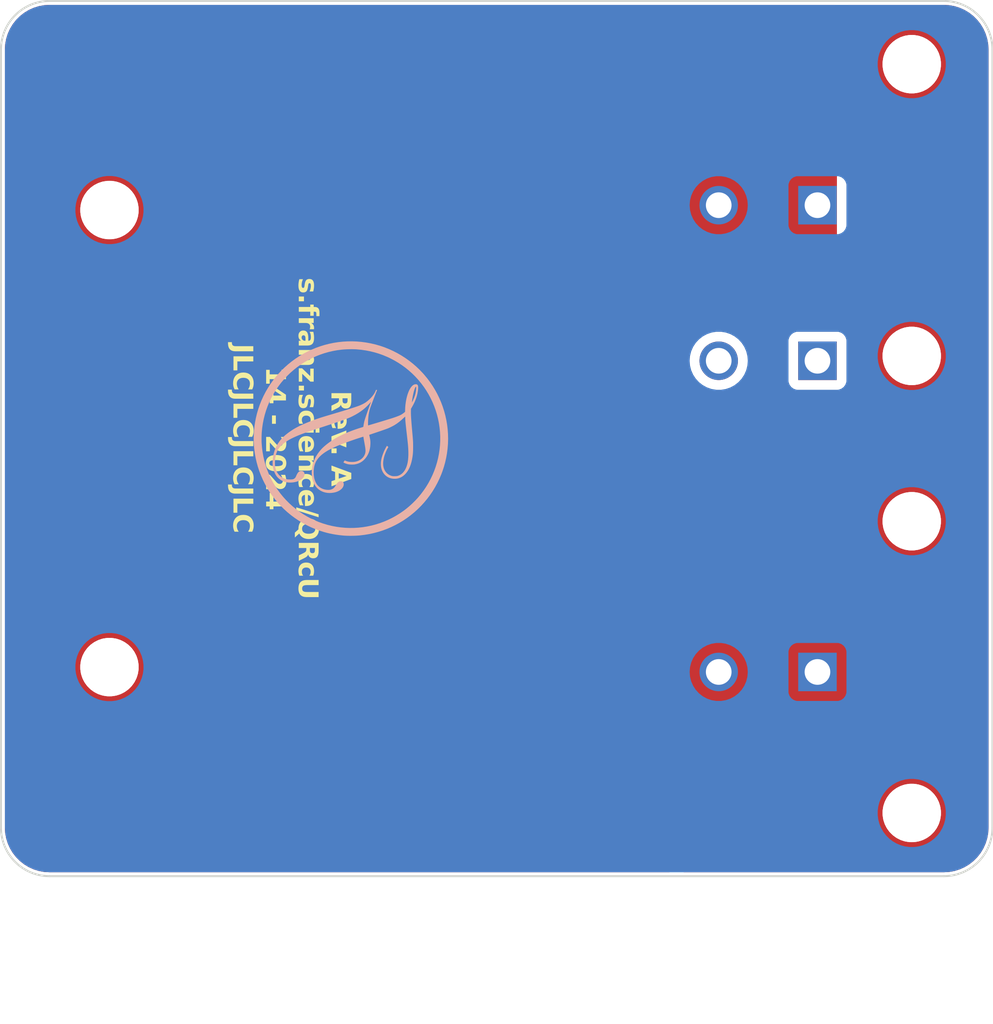
<source format=kicad_pcb>
(kicad_pcb (version 20240108) (generator "pcbnew") (generator_version "8.0")
  (layers (0 "F.Cu" signal) (31 "B.Cu" signal) (34 "B.Paste" user) (35 "F.Paste" user) (36 "B.SilkS" user "B.Silkscreen") (37 "F.SilkS" user "F.Silkscreen") (38 "B.Mask" user) (39 "F.Mask" user) (44 "Edge.Cuts" user))
  (net 0 "")
  (net 1 "Net-(J1-Pin_1)")
  (net 3 "GND")
  (footprint "Franz-Lib:Mounting_Wuerth_WA-SMSI-M2_H6mm_9774060243" (layer "F.Cu") (at 81.58 115.75)
    (property "Reference" "J5" (hide yes))
    (property "Value" "Conn_01x01" (hide yes))
    (pad "" np_thru_hole circle (at 0 0) (size 3 3) (drill 3) (layers "*.Cu" "*.Mask"))
    (pad "1" smd circle (at -2.075 0) (size 0.75 0.75) (layers "F.Cu") (net 1 "Net-(J1-Pin_1)"))
    (pad "1" smd circle (at 0 -2.075) (size 0.75 0.75) (layers "F.Cu") (net 1 "Net-(J1-Pin_1)"))
    (pad "1" smd circle (at 0 2.075) (size 0.75 0.75) (layers "F.Cu") (net 1 "Net-(J1-Pin_1)"))
    (pad "1" smd custom (at 2.075 0) (size 0.75 0.75) (layers "F.Cu" "F.Mask") (net 1 "Net-(J1-Pin_1)") (options (clearance outline) (anchor circle)) (primitives (gr_circle (center -2.075 0) (end 0 0) (width 1.15) (fill no))))
  )
  (footprint "Franz-Lib:Mounting_Wuerth_WA-SMSI-M2_H6mm_9774060243" (layer "F.Cu") (at 122.85 108.25)
    (property "Reference" "J6" (hide yes))
    (property "Value" "Conn_01x01" (hide yes))
    (pad "" np_thru_hole circle (at 0 0) (size 3 3) (drill 3) (layers "*.Cu" "*.Mask"))
    (pad "1" smd circle (at -2.075 0) (size 0.75 0.75) (layers "F.Cu") (net 3 "GND"))
    (pad "1" smd circle (at 0 -2.075) (size 0.75 0.75) (layers "F.Cu") (net 3 "GND"))
    (pad "1" smd circle (at 0 2.075) (size 0.75 0.75) (layers "F.Cu") (net 3 "GND"))
    (pad "1" smd custom (at 2.075 0) (size 0.75 0.75) (layers "F.Cu" "F.Mask") (net 3 "GND") (options (clearance outline) (anchor circle)) (primitives (gr_circle (center -2.075 0) (end 0 0) (width 1.15) (fill no))))
  )
  (footprint "Franz-Lib:Mounting_Wuerth_WA-SMSI-M2_H6mm_9774060243" (layer "F.Cu") (at 81.58 139.25)
    (property "Reference" "J7" (hide yes))
    (property "Value" "Conn_01x01" (hide yes))
    (pad "" np_thru_hole circle (at 0 0) (size 3 3) (drill 3) (layers "*.Cu" "*.Mask"))
    (pad "1" smd circle (at -2.075 0) (size 0.75 0.75) (layers "F.Cu") (net 1 "Net-(J1-Pin_1)"))
    (pad "1" smd circle (at 0 -2.075) (size 0.75 0.75) (layers "F.Cu") (net 1 "Net-(J1-Pin_1)"))
    (pad "1" smd circle (at 0 2.075) (size 0.75 0.75) (layers "F.Cu") (net 1 "Net-(J1-Pin_1)"))
    (pad "1" smd custom (at 2.075 0) (size 0.75 0.75) (layers "F.Cu" "F.Mask") (net 1 "Net-(J1-Pin_1)") (options (clearance outline) (anchor circle)) (primitives (gr_circle (center -2.075 0) (end 0 0) (width 1.15) (fill no))))
  )
  (footprint "Franz-Lib:Mounting_Wuerth_WA-SMSI-M2_H6mm_9774060243" (layer "F.Cu") (at 122.85 131.75)
    (property "Reference" "J9" (hide yes))
    (property "Value" "Conn_01x01" (hide yes))
    (pad "" np_thru_hole circle (at 0 0) (size 3 3) (drill 3) (layers "*.Cu" "*.Mask"))
    (pad "1" smd circle (at -2.075 0) (size 0.75 0.75) (layers "F.Cu") (net 3 "GND"))
    (pad "1" smd circle (at 0 -2.075) (size 0.75 0.75) (layers "F.Cu") (net 3 "GND"))
    (pad "1" smd circle (at 0 2.075) (size 0.75 0.75) (layers "F.Cu") (net 3 "GND"))
    (pad "1" smd custom (at 2.075 0) (size 0.75 0.75) (layers "F.Cu" "F.Mask") (net 3 "GND") (options (clearance outline) (anchor circle)) (primitives (gr_circle (center -2.075 0) (end 0 0) (width 1.15) (fill no))))
  )
  (footprint "Franz-Lib:Mounting_Wuerth_WA-SMSI-M2_H6mm_9774060243" (layer "F.Cu") (at 122.85 123.25)
    (property "Reference" "J10" (hide yes))
    (property "Value" "Conn_01x01" (hide yes))
    (pad "" np_thru_hole circle (at 0 0) (size 3 3) (drill 3) (layers "*.Cu" "*.Mask"))
    (pad "1" smd circle (at -2.075 0) (size 0.75 0.75) (layers "F.Cu") (net 3 "GND"))
    (pad "1" smd circle (at 0 -2.075) (size 0.75 0.75) (layers "F.Cu") (net 3 "GND"))
    (pad "1" smd circle (at 0 2.075) (size 0.75 0.75) (layers "F.Cu") (net 3 "GND"))
    (pad "1" smd custom (at 2.075 0) (size 0.75 0.75) (layers "F.Cu" "F.Mask") (net 3 "GND") (options (clearance outline) (anchor circle)) (primitives (gr_circle (center -2.075 0) (end 0 0) (width 1.15) (fill no))))
  )
  (footprint "Franz-Lib:Mounting_Wuerth_WA-SMSI-M2_H6mm_9774060243" (layer "F.Cu") (at 122.85 146.75)
    (property "Reference" "J8" (hide yes))
    (property "Value" "Conn_01x01" (hide yes))
    (pad "" np_thru_hole circle (at 0 0) (size 3 3) (drill 3) (layers "*.Cu" "*.Mask"))
    (pad "1" smd circle (at -2.075 0) (size 0.75 0.75) (layers "F.Cu") (net 3 "GND"))
    (pad "1" smd circle (at 0 -2.075) (size 0.75 0.75) (layers "F.Cu") (net 3 "GND"))
    (pad "1" smd circle (at 0 2.075) (size 0.75 0.75) (layers "F.Cu") (net 3 "GND"))
    (pad "1" smd custom (at 2.075 0) (size 0.75 0.75) (layers "F.Cu" "F.Mask") (net 3 "GND") (options (clearance outline) (anchor circle)) (primitives (gr_circle (center -2.075 0) (end 0 0) (width 1.15) (fill no))))
  )
  (footprint "Franz-Lib:Keystone_4907" (layer "B.Cu") (at 118 139.5)
    (property "Reference" "J3" (hide yes))
    (property "Value" "Conn_01x01_Pin" (hide yes))
    (pad "1" thru_hole circle (at -5.08 0) (size 1.98 1.98) (drill 1.32) (layers "*.Cu" "*.Mask") (net 3 "GND"))
    (pad "1" thru_hole rect (at 0 0) (size 1.98 1.98) (drill 1.32) (layers "*.Cu" "*.Mask") (net 3 "GND"))
  )
  (footprint "Franz-Lib:Logo_10mm_Mask" (layer "B.Cu") (at 94 127.5 90)
    (property "Reference" "G***" (hide yes))
    (property "Value" "LOGO" (hide yes))
    (fp_poly (pts (xy 0.240609 4.994802) (xy 0.479696 4.977553) (xy 0.716886 4.948983) (xy 0.951802 4.909236) (xy 1.184068 4.858459) (xy 1.413307 4.796795) (xy 1.639142 4.724391) (xy 1.861199 4.641391) (xy 2.079099 4.547941) (xy 2.292467 4.444186) (xy 2.500927 4.33027) (xy 2.704102 4.206341) (xy 2.901615 4.072541) (xy 3.093091 3.929018) (xy 3.278152 3.775915) (xy 3.358075 3.704987) (xy 3.531233 3.540193) (xy 3.696055 3.367512) (xy 3.85228 3.187377) (xy 3.999646 3.00022) (xy 4.137893 2.806472) (xy 4.266759 2.606565) (xy 4.385984 2.400933) (xy 4.495305 2.190007) (xy 4.594463 1.97422) (xy 4.683195 1.754002) (xy 4.761241 1.529788) (xy 4.82834 1.302007) (xy 4.842314 1.248702) (xy 4.896901 1.01234) (xy 4.939958 0.774951) (xy 4.971522 0.536885) (xy 4.991631 0.298493) (xy 5.000323 0.060127) (xy 4.997634 -0.177862) (xy 4.983602 -0.415124) (xy 4.958265 -0.651306) (xy 4.921659 -0.886059) (xy 4.873822 -1.119032) (xy 4.814792 -1.349872) (xy 4.744605 -1.57823) (xy 4.663299 -1.803753) (xy 4.570911 -2.026092) (xy 4.471438 -2.236997) (xy 4.358644 -2.449674) (xy 4.23614 -2.656144) (xy 4.104205 -2.856072) (xy 3.96312 -3.049121) (xy 3.813164 -3.234956) (xy 3.654618 -3.413239) (xy 3.487762 -3.583634) (xy 3.312875 -3.745806) (xy 3.130239 -3.899418) (xy 3.007971 -3.994164) (xy 2.809376 -4.135962) (xy 2.605669 -4.267358) (xy 2.397062 -4.388261) (xy 2.183766 -4.498579) (xy 1.965993 -4.598222) (xy 1.743953 -4.687098) (xy 1.517859 -4.765114) (xy 1.28792 -4.832181) (xy 1.054349 -4.888206) (xy 0.851918 -4.927284) (xy 0.64954 -4.9577) (xy 0.443819 -4.980164) (xy 0.237248 -4.994528) (xy 0.032321 -5.000641) (xy -0.168469 -4.998356) (xy -0.265495 -4.994075) (xy -0.506202 -4.974961) (xy -0.744785 -4.944538) (xy -0.980864 -4.902958) (xy -1.21406 -4.850375) (xy -1.443994 -4.786943) (xy -1.670287 -4.712813) (xy -1.89256 -4.62814) (xy -2.110433 -4.533077) (xy -2.323528 -4.427777) (xy -2.531465 -4.312393) (xy -2.733866 -4.187079) (xy -2.930351 -4.051986) (xy -3.12054 -3.90727) (xy -3.276384 -3.777317) (xy -3.455451 -3.614005) (xy -3.625758 -3.443074) (xy -3.787121 -3.264819) (xy -3.939359 -3.079533) (xy -4.082287 -2.887512) (xy -4.215724 -2.68905) (xy -4.339487 -2.48444) (xy -4.453392 -2.273978) (xy -4.557257 -2.057958) (xy -4.650899 -1.836674) (xy -4.734136 -1.610421) (xy -4.806784 -1.379492) (xy -4.839604 -1.260372) (xy -4.877529 -1.103593) (xy -4.911318 -0.938625) (xy -4.940496 -0.768357) (xy -4.964587 -0.595681) (xy -4.983113 -0.423489) (xy -4.989043 -0.353021) (xy -4.994204 -0.269324) (xy -4.997632 -0.176726) (xy -4.999357 -0.077862) (xy -4.999365 -0.062456) (xy -4.595855 -0.062456) (xy -4.587087 -0.289269) (xy -4.567048 -0.516119) (xy -4.535667 -0.742616) (xy -4.492873 -0.968369) (xy -4.438594 -1.192986) (xy -4.431807 -1.218017) (xy -4.365538 -1.437932) (xy -4.288703 -1.653222) (xy -4.201582 -1.863565) (xy -4.104456 -2.068641) (xy -3.997606 -2.268127) (xy -3.881314 -2.461702) (xy -3.75586 -2.649045) (xy -3.621525 -2.829834) (xy -3.47859 -3.003748) (xy -3.327337 -3.170466) (xy -3.168046 -3.329665) (xy -3.000998 -3.481025) (xy -2.826474 -3.624223) (xy -2.644755 -3.75894) (xy -2.456123 -3.884852) (xy -2.260857 -4.001639) (xy -2.05924 -4.108979) (xy -1.851552 -4.206551) (xy -1.800115 -4.228785) (xy -1.584224 -4.314252) (xy -1.365122 -4.388505) (xy -1.142795 -4.451547) (xy -0.91723 -4.50338) (xy -0.688411 -4.544009) (xy -0.456325 -4.573436) (xy -0.220958 -4.591665) (xy -0.210062 -4.592234) (xy -0.168665 -4.593773) (xy -0.118058 -4.594735) (xy -0.060688 -4.595146) (xy 0.001 -4.595033) (xy 0.064562 -4.594425) (xy 0.127551 -4.593349) (xy 0.187522 -4.591832) (xy 0.24203 -4.589901) (xy 0.28863 -4.587585) (xy 0.30634 -4.586426) (xy 0.540894 -4.563856) (xy 0.772161 -4.530193) (xy 0.999908 -4.485527) (xy 1.223904 -4.429949) (xy 1.443916 -4.363549) (xy 1.659711 -4.286419) (xy 1.871059 -4.198648) (xy 2.077726 -4.100328) (xy 2.27948 -3.99155) (xy 2.476089 -3.872403) (xy 2.66732 -3.742978) (xy 2.852942 -3.603367) (xy 2.8796 -3.582105) (xy 3.055195 -3.433599) (xy 3.222465 -3.277106) (xy 3.381201 -3.113011) (xy 3.531195 -2.941699) (xy 3.672236 -2.763553) (xy 3.804115 -2.578957) (xy 3.926623 -2.388296) (xy 4.03955 -2.191954) (xy 4.142687 -1.990315) (xy 4.235824 -1.783764) (xy 4.318752 -1.572684) (xy 4.391262 -1.35746) (xy 4.453143 -1.138476) (xy 4.504188 -0.916116) (xy 4.544185 -0.690764) (xy 4.571324 -0.478474) (xy 4.579393 -0.389201) (xy 4.585871 -0.293108) (xy 4.590707 -0.192736) (xy 4.593849 -0.090627) (xy 4.595243 0.010676) (xy 4.594839 0.108632) (xy 4.592584 0.2007) (xy 4.588425 0.284336) (xy 4.587311 0.300506) (xy 4.564602 0.536743) (xy 4.531096 0.7686) (xy 4.486757 0.996214) (xy 4.431547 1.219723) (xy 4.36543 1.439267) (xy 4.288368 1.654983) (xy 4.200325 1.867009) (xy 4.125583 2.026708) (xy 4.018342 2.231835) (xy 3.901379 2.430656) (xy 3.774963 2.622867) (xy 3.639365 2.808165) (xy 3.494852 2.986249) (xy 3.341697 3.156815) (xy 3.180167 3.319562) (xy 3.010533 3.474186) (xy 2.833065 3.620385) (xy 2.648033 3.757857) (xy 2.482816 3.869028) (xy 2.285914 3.988547) (xy 2.083986 4.097648) (xy 1.877453 4.196235) (xy 1.666732 4.284212) (xy 1.452242 4.361484) (xy 1.234403 4.427955) (xy 1.013633 4.48353) (xy 0.790351 4.528113) (xy 0.564975 4.561608) (xy 0.337924 4.58392) (xy 0.109618 4.594954) (xy -0.119525 4.594613) (xy -0.349087 4.582801) (xy -0.554331 4.562453) (xy -0.783491 4.528698) (xy -1.009835 4.483682) (xy -1.233014 4.427554) (xy -1.452678 4.36046) (xy -1.668477 4.282547) (xy -1.880061 4.193961) (xy -2.087079 4.094849) (xy -2.289184 3.985359) (xy -2.486023 3.865637) (xy -2.677248 3.735831) (xy -2.862509 3.596086) (xy -2.869187 3.590772) (xy -3.031418 3.454799) (xy -3.189213 3.309303) (xy -3.341092 3.15583) (xy -3.485577 2.995926) (xy -3.621189 2.831138) (xy -3.716671 2.704603) (xy -3.84793 2.513892) (xy -3.968845 2.318057) (xy -4.079346 2.117488) (xy -4.179361 1.912577) (xy -4.268818 1.703715) (xy -4.347647 1.491294) (xy -4.415776 1.275704) (xy -4.473133 1.057338) (xy -4.519648 0.836585) (xy -4.555249 0.613838) (xy -4.579865 0.389488) (xy -4.593424 0.163926) (xy -4.595855 -0.062456) (xy -4.999365 -0.062456) (xy -4.999409 0.024633) (xy -4.997815 0.128124) (xy -4.994606 0.229976) (xy -4.989811 0.327554) (xy -4.983459 0.418222) (xy -4.980048 0.456619) (xy -4.951161 0.69862) (xy -4.911186 0.937459) (xy -4.860277 1.172833) (xy -4.798592 1.404438) (xy -4.726286 1.631969) (xy -4.643515 1.855121) (xy -4.550435 2.07359) (xy -4.447203 2.287072) (xy -4.333974 2.495262) (xy -4.210905 2.697856) (xy -4.078151 2.89455) (xy -3.935868 3.085038) (xy -3.784213 3.269017) (xy -3.623342 3.446182) (xy -3.45341 3.616229) (xy -3.279302 3.77475) (xy -3.093065 3.928872) (xy -2.900176 4.073438) (xy -2.700886 4.2083) (xy -2.495444 4.333313) (xy -2.284101 4.448329) (xy -2.067109 4.553202) (xy -1.844716 4.647785) (xy -1.685389 4.707998) (xy -1.458274 4.783317) (xy -1.227611 4.847617) (xy -0.993955 4.900799) (xy -0.757866 4.942767) (xy -0.519901 4.973424) (xy -0.280616 4.992673) (xy -0.040571 5.000418) (xy 0 5.000583)) (fill solid) (layer "B.SilkS"))
    (fp_poly (pts (xy 2.667802 3.458942) (xy 2.701511 3.454385) (xy 2.728524 3.446522) (xy 2.749997 3.435226) (xy 2.760336 3.427082) (xy 2.778349 3.407027) (xy 2.789288 3.384467) (xy 2.794055 3.356585) (xy 2.793702 3.322823) (xy 2.786169 3.27762) (xy 2.769194 3.234032) (xy 2.742315 3.191404) (xy 2.705069 3.149084) (xy 2.656993 3.106418) (xy 2.62093 3.079064) (xy 2.554372 3.036278) (xy 2.477425 2.995953) (xy 2.391163 2.958367) (xy 2.29666 2.923797) (xy 2.194992 2.892523) (xy 2.087233 2.864821) (xy 1.974458 2.84097) (xy 1.85774 2.821248) (xy 1.738156 2.805933) (xy 1.616779 2.795302) (xy 1.502787 2.78985) (xy 1.374677 2.78624) (xy 1.340073 2.745394) (xy 1.312146 2.710302) (xy 1.282966 2.669945) (xy 1.254599 2.62747) (xy 1.229114 2.586022) (xy 1.208578 2.548748) (xy 1.202036 2.535332) (xy 1.178777 2.482414) (xy 1.153405 2.419658) (xy 1.126474 2.34859) (xy 1.098537 2.270732) (xy 1.070149 2.18761) (xy 1.041863 2.100748) (xy 1.027214 2.054077) (xy 1.005978 1.985346) (xy 0.983687 1.912853) (xy 0.960582 1.837404) (xy 0.936905 1.759806) (xy 0.912897 1.680866) (xy 0.888799 1.601389) (xy 0.864854 1.522183) (xy 0.841303 1.444055) (xy 0.818386 1.36781) (xy 0.796347 1.294256) (xy 0.775425 1.224199) (xy 0.755864 1.158445) (xy 0.737903 1.097802) (xy 0.721785 1.043076) (xy 0.707751 0.995073) (xy 0.696043 0.954601) (xy 0.686902 0.922465) (xy 0.68057 0.899473) (xy 0.677288 0.886431) (xy 0.676866 0.883893) (xy 0.682409 0.882619) (xy 0.697882 0.881741) (xy 0.721554 0.881241) (xy 0.751693 0.8811) (xy 0.786566 0.8813) (xy 0.824441 0.881824) (xy 0.863586 0.882654) (xy 0.90227 0.883771) (xy 0.93876 0.885158) (xy 0.971323 0.886796) (xy 0.974454 0.886983) (xy 1.110423 0.897945) (xy 1.236997 0.913869) (xy 1.355436 0.934955) (xy 1.467 0.961405) (xy 1.505444 0.972198) (xy 1.534597 0.981245) (xy 1.571872 0.993711) (xy 1.617537 1.009698) (xy 1.67186 1.029307) (xy 1.73511 1.052637) (xy 1.807555 1.07979) (xy 1.889463 1.110865) (xy 1.981102 1.145965) (xy 2.082741 1.185188) (xy 2.194649 1.228636) (xy 2.314536 1.275409) (xy 2.357208 1.292091) (xy 2.396544 1.307468) (xy 2.431185 1.321009) (xy 2.459773 1.332183) (xy 2.48095 1.340458) (xy 2.493358 1.345305) (xy 2.495945 1.346314) (xy 2.5006 1.344355) (xy 2.502869 1.332977) (xy 2.503239 1.32041) (xy 2.503239 1.291673) (xy 2.453484 1.272319) (xy 2.38178 1.239662) (xy 2.30765 1.196894) (xy 2.232254 1.145009) (xy 2.156754 1.085001) (xy 2.08231 1.017864) (xy 2.010081 0.944592) (xy 1.941229 0.86618) (xy 1.876914 0.783621) (xy 1.866842 0.769703) (xy 1.840362 0.729642) (xy 1.811711 0.680892) (xy 1.782134 0.625926) (xy 1.752878 0.567213) (xy 1.725192 0.507224) (xy 1.70032 0.44843) (xy 1.686013 0.411372) (xy 1.668647 0.36352) (xy 1.650038 0.310622) (xy 1.630052 0.252259) (xy 1.608561 0.188011) (xy 1.585432 0.117457) (xy 1.560534 0.040178) (xy 1.533737 -0.044246) (xy 1.50491 -0.136235) (xy 1.473921 -0.236209) (xy 1.440639 -0.344588) (xy 1.404933 -0.461792) (xy 1.366672 -0.58824) (xy 1.325726 -0.724353) (xy 1.281963 -0.870551) (xy 1.235252 -1.027253) (xy 1.199306 -1.148218) (xy 1.164997 -1.263183) (xy 1.133254 -1.368143) (xy 1.10365 -1.46437) (xy 1.075758 -1.55314) (xy 1.049151 -1.635727) (xy 1.023403 -1.713404) (xy 0.998087 -1.787445) (xy 0.972775 -1.859126) (xy 0.947043 -1.92972) (xy 0.920461 -2.0005) (xy 0.892604 -2.072742) (xy 0.872475 -2.12396) (xy 0.820261 -2.253872) (xy 0.770351 -2.373637) (xy 0.722137 -2.484408) (xy 0.675011 -2.587338) (xy 0.628365 -2.683581) (xy 0.581589 -2.774291) (xy 0.534077 -2.86062) (xy 0.485219 -2.943723) (xy 0.434408 -3.024753) (xy 0.381035 -3.104863) (xy 0.324492 -3.185207) (xy 0.283067 -3.241712) (xy 0.186009 -3.364127) (xy 0.085133 -3.475601) (xy -0.019813 -3.576302) (xy -0.129077 -3.666402) (xy -0.242912 -3.746069) (xy -0.361566 -3.815473) (xy -0.485292 -3.874785) (xy -0.614339 -3.924173) (xy -0.748957 -3.963808) (xy -0.800649 -3.976129) (xy -0.872641 -3.990432) (xy -0.949769 -4.002507) (xy -1.029824 -4.012205) (xy -1.110595 -4.019379) (xy -1.189874 -4.023882) (xy -1.265451 -4.025566) (xy -1.335118 -4.024285) (xy -1.396663 -4.01989) (xy -1.417919 -4.01731) (xy -1.511894 -4.000613) (xy -1.604174 -3.977081) (xy -1.693201 -3.94738) (xy -1.777419 -3.912174) (xy -1.85527 -3.872128) (xy -1.925197 -3.827908) (xy -1.985643 -3.780179) (xy -1.996478 -3.77025) (xy -2.054758 -3.708811) (xy -2.108194 -3.639453) (xy -2.154999 -3.564932) (xy -2.193384 -3.488004) (xy -2.214132 -3.434652) (xy -2.237631 -3.350297) (xy -2.253192 -3.259476) (xy -2.260834 -3.164263) (xy -2.260574 -3.066728) (xy -2.252432 -2.968944) (xy -2.236426 -2.872983) (xy -2.212575 -2.780917) (xy -2.20817 -2.767107) (xy -2.177958 -2.686502) (xy -2.14314 -2.614568) (xy -2.104094 -2.551685) (xy -2.061195 -2.498234) (xy -2.014822 -2.454596) (xy -1.965351 -2.421152) (xy -1.91316 -2.398282) (xy -1.858627 -2.386368) (xy -1.82929 -2.384627) (xy -1.784384 -2.389461) (xy -1.745343 -2.403891) (xy -1.712993 -2.426988) (xy -1.688164 -2.457821) (xy -1.671682 -2.49546) (xy -1.664374 -2.538974) (xy -1.664891 -2.56943) (xy -1.671843 -2.609627) (xy -1.686096 -2.646321) (xy -1.708352 -2.680213) (xy -1.739317 -2.712006) (xy -1.779694 -2.742403) (xy -1.830187 -2.772105) (xy -1.8915 -2.801816) (xy -1.902788 -2.806803) (xy -1.937549 -2.822121) (xy -1.963624 -2.834106) (xy -1.983087 -2.843941) (xy -1.998016 -2.852807) (xy -2.010486 -2.861883) (xy -2.022573 -2.872351) (xy -2.029607 -2.878936) (xy -2.05207 -2.902613) (xy -2.069711 -2.927214) (xy -2.083027 -2.954464) (xy -2.092516 -2.986092) (xy -2.098675 -3.023823) (xy -2.102004 -3.069386) (xy -2.103 -3.124506) (xy -2.10298 -3.133425) (xy -2.102507 -3.177171) (xy -2.101363 -3.212077) (xy -2.099327 -3.240966) (xy -2.096177 -3.266658) (xy -2.091692 -3.291976) (xy -2.089861 -3.300823) (xy -2.064648 -3.394861) (xy -2.030642 -3.481246) (xy -1.987772 -3.560078) (xy -1.935965 -3.631458) (xy -1.875151 -3.695487) (xy -1.805259 -3.752265) (xy -1.739913 -3.79418) (xy -1.68782 -3.822043) (xy -1.636077 -3.845035) (xy -1.581749 -3.864179) (xy -1.5219 -3.880497) (xy -1.453595 -3.895014) (xy -1.447094 -3.896236) (xy -1.411319 -3.901156) (xy -1.366355 -3.904601) (xy -1.314586 -3.906592) (xy -1.258396 -3.907148) (xy -1.200171 -3.906291) (xy -1.142293 -3.904041) (xy -1.087149 -3.900418) (xy -1.037121 -3.895443) (xy -1.0153 -3.892533) (xy -0.90315 -3.872729) (xy -0.800458 -3.847398) (xy -0.706068 -3.815863) (xy -0.618823 -3.77745) (xy -0.537569 -3.731482) (xy -0.461148 -3.677284) (xy -0.388406 -3.614181) (xy -0.318185 -3.541497) (xy -0.249332 -3.458557) (xy -0.230535 -3.43393) (xy -0.143406 -3.309674) (xy -0.062638 -3.177989) (xy 0.0097 -3.0423) (xy 0.024926 -3.010889) (xy 0.052916 -2.951476) (xy 0.079775 -2.893213) (xy 0.105768 -2.835376) (xy 0.131166 -2.777243) (xy 0.156234 -2.718088) (xy 0.181241 -2.657189) (xy 0.206455 -2.593821) (xy 0.232143 -2.527261) (xy 0.258573 -2.456786) (xy 0.286012 -2.381672) (xy 0.314729 -2.301195) (xy 0.344992 -2.214631) (xy 0.377067 -2.121257) (xy 0.411223 -2.02035) (xy 0.447728 -1.911185) (xy 0.486848 -1.793038) (xy 0.528853 -1.665187) (xy 0.574009 -1.526908) (xy 0.574348 -1.525867) (xy 0.623039 -1.376544) (xy 0.668386 -1.237836) (xy 0.710571 -1.10923) (xy 0.749775 -0.990217) (xy 0.786181 -0.880286) (xy 0.81997 -0.778925) (xy 0.851325 -0.685624) (xy 0.880426 -0.599873) (xy 0.907456 -0.52116) (xy 0.932597 -0.448975) (xy 0.95603 -0.382807) (xy 0.977938 -0.322145) (xy 0.998502 -0.266479) (xy 1.017904 -0.215297) (xy 1.036326 -0.168089) (xy 1.053951 -0.124344) (xy 1.070958 -0.083551) (xy 1.087532 -0.0452) (xy 1.103852 -0.00878) (xy 1.120102 0.02622) (xy 1.136464 0.060311) (xy 1.145998 0.079712) (xy 1.227586 0.234985) (xy 1.31368 0.380285) (xy 1.404969 0.51667) (xy 1.502144 0.645197) (xy 1.564987 0.72063) (xy 1.598347 0.757718) (xy 1.638225 0.799598) (xy 1.682133 0.843838) (xy 1.727583 0.888002) (xy 1.772087 0.929659) (xy 1.813156 0.966374) (xy 1.836453 0.986125) (xy 1.857003 1.00326) (xy 1.873622 1.017481) (xy 1.884599 1.027299) (xy 1.888227 1.031218) (xy 1.882651 1.029563) (xy 1.867101 1.024322) (xy 1.842588 1.015847) (xy 1.810123 1.004496) (xy 1.770714 0.990622) (xy 1.725373 0.974582) (xy 1.675111 0.956729) (xy 1.620936 0.93742) (xy 1.592613 0.9273) (xy 1.470331 0.883772) (xy 1.358855 0.844508) (xy 1.258191 0.809512) (xy 1.168346 0.778784) (xy 1.089325 0.752327) (xy 1.021135 0.730143) (xy 0.963783 0.712235) (xy 0.917275 0.698604) (xy 0.881616 0.689252) (xy 0.880978 0.689101) (xy 0.85003 0.682249) (xy 0.811169 0.674383) (xy 0.767646 0.666094) (xy 0.722713 0.657968) (xy 0.67962 0.650596) (xy 0.641618 0.644565) (xy 0.613419 0.640643) (xy 0.605299 0.637899) (xy 0.598972 0.630344) (xy 0.592851 0.615474) (xy 0.588324 0.601011) (xy 0.533787 0.424271) (xy 0.476002 0.250698) (xy 0.415397 0.08132) (xy 0.352399 -0.082832) (xy 0.287435 -0.240732) (xy 0.220932 -0.391351) (xy 0.153317 -0.533659) (xy 0.085017 -0.666629) (xy 0.01646 -0.789231) (xy -0.001595 -0.819684) (xy -0.065051 -0.921756) (xy -0.131633 -1.022101) (xy -0.200326 -1.119412) (xy -0.270114 -1.212381) (xy -0.339984 -1.299699) (xy -0.408919 -1.380059) (xy -0.475906 -1.452153) (xy -0.53993 -1.514673) (xy -0.543235 -1.517707) (xy -0.660804 -1.618448) (xy -0.780829 -1.707782) (xy -0.903317 -1.785711) (xy -1.028277 -1.85224) (xy -1.155716 -1.907371) (xy -1.285641 -1.951109) (xy -1.418062 -1.983456) (xy -1.552986 -2.004415) (xy -1.690421 -2.01399) (xy -1.73593 -2.014651) (xy -1.861628 -2.010396) (xy -1.980647 -1.997383) (xy -2.092739 -1.975686) (xy -2.197661 -1.945377) (xy -2.295168 -1.90653) (xy -2.385015 -1.859218) (xy -2.466957 -1.803515) (xy -2.483179 -1.790725) (xy -2.555152 -1.725184) (xy -2.618169 -1.65252) (xy -2.672052 -1.573293) (xy -2.716627 -1.488066) (xy -2.751717 -1.397402) (xy -2.777146 -1.301864) (xy -2.792737 -1.202014) (xy -2.798316 -1.098414) (xy -2.793705 -0.991627) (xy -2.77873 -0.882215) (xy -2.774477 -0.860078) (xy -2.753826 -0.776934) (xy -2.726716 -0.699233) (xy -2.69372 -0.627754) (xy -2.655416 -0.563277) (xy -2.612377 -0.506583) (xy -2.565179 -0.458451) (xy -2.514397 -0.419662) (xy -2.460607 -0.390996) (xy -2.417866 -0.376407) (xy -2.37046 -0.368281) (xy -2.326161 -0.368844) (xy -2.286243 -0.377587) (xy -2.251983 -0.393998) (xy -2.224655 -0.417568) (xy -2.205535 -0.447784) (xy -2.199869 -0.463699) (xy -2.194896 -0.49404) (xy -2.194475 -0.529356) (xy -2.198252 -0.565026) (xy -2.205874 -0.596427) (xy -2.210984 -0.609015) (xy -2.23537 -0.647202) (xy -2.270591 -0.684792) (xy -2.315812 -0.720993) (xy -2.355247 -0.746433) (xy -2.407362 -0.777795) (xy -2.450329 -0.805108) (xy -2.485446 -0.82953) (xy -2.514009 -0.852217) (xy -2.537317 -0.874325) (xy -2.556667 -0.897012) (xy -2.573355 -0.921435) (xy -2.588679 -0.94875) (xy -2.594035 -0.959358) (xy -2.61359 -1.004035) (xy -2.627008 -1.047749) (xy -2.635041 -1.094053) (xy -2.638442 -1.146497) (xy -2.638674 -1.169929) (xy -2.633225 -1.261328) (xy -2.617637 -1.349492) (xy -2.592352 -1.433551) (xy -2.55781 -1.512632) (xy -2.514454 -1.585864) (xy -2.462723 -1.652375) (xy -2.403061 -1.711295) (xy -2.340514 -1.75873) (xy -2.257582 -1.807096) (xy -2.168316 -1.846478) (xy -2.072402 -1.876959) (xy -1.969521 -1.898622) (xy -1.859357 -1.911549) (xy -1.741594 -1.915824) (xy -1.738847 -1.915821) (xy -1.617246 -1.911335) (xy -1.503299 -1.898338) (xy -1.397101 -1.876854) (xy -1.298745 -1.846904) (xy -1.208323 -1.808511) (xy -1.148137 -1.775622) (xy -1.064131 -1.719767) (xy -0.983739 -1.655651) (xy -0.906455 -1.582714) (xy -0.831778 -1.5004) (xy -0.759203 -1.40815) (xy -0.688228 -1.305405) (xy -0.618349 -1.191608) (xy -0.612553 -1.181599) (xy -0.593352 -1.147004) (xy -0.570449 -1.10362) (xy -0.544778 -1.053368) (xy -0.517271 -0.998169) (xy -0.48886 -0.939944) (xy -0.460479 -0.880615) (xy -0.43306 -0.822103) (xy -0.407535 -0.766328) (xy -0.384838 -0.715213) (xy -0.374608 -0.691454) (xy -0.348319 -0.628167) (xy -0.319041 -0.555085) (xy -0.287271 -0.473553) (xy -0.253508 -0.384912) (xy -0.218247 -0.290505) (xy -0.181988 -0.191676) (xy -0.145228 -0.089767) (xy -0.108464 0.013878) (xy -0.072194 0.117918) (xy -0.041619 0.207145) (xy -0.026213 0.252809) (xy -0.010175 0.300918) (xy 0.006092 0.350216) (xy 0.022186 0.399446) (xy 0.037708 0.447353) (xy 0.052254 0.492681) (xy 0.065424 0.534174) (xy 0.076816 0.570576) (xy 0.086029 0.600632) (xy 0.092661 0.623086) (xy 0.096312 0.636682) (xy 0.096843 0.640319) (xy 0.090498 0.642061) (xy 0.075176 0.644979) (xy 0.053456 0.648607) (xy 0.037106 0.651128) (xy 0.018137 0.654155) (xy -0.010612 0.658996) (xy -0.047445 0.665355) (xy -0.090665 0.672934) (xy -0.138575 0.681435) (xy -0.189479 0.690561) (xy -0.24168 0.700013) (xy -0.242969 0.700248) (xy -0.323681 0.714673) (xy -0.39416 0.726605) (xy -0.455556 0.736123) (xy -0.50902 0.743305) (xy -0.555703 0.748228) (xy -0.596754 0.75097) (xy -0.633325 0.75161) (xy -0.666565 0.750225) (xy -0.697626 0.746894) (xy -0.727657 0.741694) (xy -0.756447 0.735053) (xy -0.827051 0.711145) (xy -0.893959 0.67678) (xy -0.956353 0.63281) (xy -1.013414 0.580088) (xy -1.064323 0.519467) (xy -1.10826 0.451798) (xy -1.144409 0.377935) (xy -1.17047 0.30391) (xy -1.185997 0.242041) (xy -1.196275 0.180273) (xy -1.201812 0.114709) (xy -1.203168 0.052516) (xy -1.199589 -0.037415) (xy -1.188889 -0.119673) (xy -1.170719 -0.196089) (xy -1.144731 -0.268492) (xy -1.140049 -0.279318) (xy -1.132567 -0.29702) (xy -1.127526 -0.310443) (xy -1.126166 -0.315641) (xy -1.130661 -0.320613) (xy -1.142453 -0.330092) (xy -1.159008 -0.3423) (xy -1.17779 -0.35546) (xy -1.196261 -0.367795) (xy -1.211887 -0.377528) (xy -1.222128 -0.382882) (xy -1.229333 -0.379737) (xy -1.239009 -0.366971) (xy -1.250487 -0.346203) (xy -1.2631 -0.319052) (xy -1.276179 -0.287136) (xy -1.289056 -0.252076) (xy -1.301061 -0.215489) (xy -1.311528 -0.178995) (xy -1.318858 -0.148599) (xy -1.326425 -0.103404) (xy -1.331803 -0.050047) (xy -1.33493 0.008155) (xy -1.335745 0.067891) (xy -1.334189 0.125844) (xy -1.3302 0.178703) (xy -1.325498 0.213465) (xy -1.303 0.313562) (xy -1.270658 0.40756) (xy -1.228375 0.495606) (xy -1.176052 0.577847) (xy -1.11359 0.654431) (xy -1.040893 0.725505) (xy -0.957862 0.791218) (xy -0.927774 0.812021) (xy -0.835438 0.867239) (xy -0.737575 0.912984) (xy -0.633821 0.949356) (xy -0.523811 0.976453) (xy -0.407184 0.994377) (xy -0.283573 1.003225) (xy -0.224475 1.004275) (xy -0.175229 1.003611) (xy -0.128985 1.001199) (xy -0.083141 0.996699) (xy -0.035094 0.989768) (xy 0.017758 0.980066) (xy 0.078017 0.967249) (xy 0.106129 0.960863) (xy 0.191837 0.941104) (xy 0.290784 1.236403) (xy 0.327649 1.346017) (xy 0.36223 1.448018) (xy 0.394385 1.541997) (xy 0.423969 1.627545) (xy 0.450839 1.704252) (xy 0.474849 1.771711) (xy 0.495857 1.829511) (xy 0.513718 1.877243) (xy 0.52829 1.914499) (xy 0.535286 1.931404) (xy 0.552079 1.969267) (xy 0.572586 2.01311) (xy 0.595538 2.060419) (xy 0.619666 2.10868) (xy 0.643701 2.155377) (xy 0.666377 2.197998) (xy 0.686423 2.234027) (xy 0.697097 2.252152) (xy 0.776417 2.373218) (xy 0.867314 2.494507) (xy 0.969697 2.615906) (xy 1.061235 2.714498) (xy 1.087844 2.742401) (xy 1.106697 2.763128) (xy 1.118489 2.777547) (xy 1.123917 2.786529) (xy 1.123677 2.790943) (xy 1.122841 2.791423) (xy 1.112734 2.79315) (xy 1.094615 2.79442) (xy 1.072142 2.794992) (xy 1.068797 2.795002) (xy 1.041897 2.795297) (xy 1.012257 2.796213) (xy 0.979172 2.79782) (xy 0.941936 2.800183) (xy 0.899844 2.803369) (xy 0.852192 2.807446) (xy 0.798275 2.812481) (xy 0.737388 2.818541) (xy 0.668825 2.825693) (xy 0.591882 2.834005) (xy 0.505854 2.843542) (xy 0.410036 2.854373) (xy 0.303723 2.866564) (xy 0.242155 2.873684) (xy 0.132789 2.886299) (xy 0.034046 2.897538) (xy -0.055028 2.907485) (xy -0.135389 2.916225) (xy -0.207992 2.923843) (xy -0.273792 2.930424) (xy -0.333743 2.936053) (xy -0.388802 2.940814) (xy -0.439922 2.944793) (xy -0.48806 2.948073) (xy -0.534169 2.950741) (xy -0.579205 2.952881) (xy -0.624123 2.954577) (xy -0.669878 2.955915) (xy -0.688537 2.956367) (xy -0.834676 2.956841) (xy -0.971084 2.951288) (xy -1.098059 2.939645) (xy -1.2159 2.921852) (xy -1.324906 2.897846) (xy -1.425376 2.867565) (xy -1.517608 2.830949) (xy -1.601901 2.787934) (xy -1.65145 2.757265) (xy -1.72062 2.70611) (xy -1.779311 2.651449) (xy -1.828448 2.592258) (xy -1.868955 2.527517) (xy -1.881462 2.502948) (xy -1.899204 2.464245) (xy -1.912526 2.429946) (xy -1.922021 2.39717) (xy -1.928284 2.363038) (xy -1.931908 2.324669) (xy -1.933486 2.279183) (xy -1.933697 2.249414) (xy -1.933599 2.210906) (xy -1.93309 2.181554) (xy -1.931919 2.158844) (xy -1.929833 2.140263) (xy -1.926581 2.123299) (xy -1.921911 2.105437) (xy -1.91791 2.091868) (xy -1.888235 2.012224) (xy -1.849528 1.939955) (xy -1.801877 1.875167) (xy -1.745369 1.817963) (xy -1.680093 1.768447) (xy -1.613393 1.730281) (xy -1.539313 1.698765) (xy -1.461295 1.676121) (xy -1.378782 1.662337) (xy -1.291219 1.657402) (xy -1.198049 1.661306) (xy -1.098716 1.674036) (xy -0.992665 1.695582) (xy -0.913187 1.716168) (xy -0.852054 1.734916) (xy -0.786535 1.757893) (xy -0.719216 1.783998) (xy -0.65268 1.812135) (xy -0.589516 1.841204) (xy -0.532306 1.870108) (xy -0.483638 1.897748) (xy -0.479043 1.900586) (xy -0.435469 1.927745) (xy -0.404456 1.893619) (xy -0.389889 1.87716) (xy -0.378994 1.864031) (xy -0.373678 1.856555) (xy -0.373444 1.85585) (xy -0.378471 1.850034) (xy -0.392567 1.840018) (xy -0.414249 1.826593) (xy -0.442039 1.810551) (xy -0.474455 1.792684) (xy -0.510018 1.773783) (xy -0.547245 1.754639) (xy -0.584658 1.736046) (xy -0.620776 1.718794) (xy -0.654118 1.703676) (xy -0.673278 1.695501) (xy -0.761526 1.660074) (xy -0.841625 1.630293) (xy -0.91535 1.60566) (xy -0.984476 1.585681) (xy -1.050775 1.569858) (xy -1.116024 1.557694) (xy -1.181997 1.548695) (xy -1.207857 1.545979) (xy -1.309498 1.540954) (xy -1.406933 1.545704) (xy -1.499666 1.559827) (xy -1.587199 1.58292) (xy -1.669036 1.614583) (xy -1.744678 1.654413) (xy -1.813629 1.702008) (xy -1.875391 1.756967) (xy -1.929467 1.818888) (xy -1.97536 1.887369) (xy -2.012573 1.962009) (xy -2.040607 2.042405) (xy -2.058967 2.128155) (xy -2.067155 2.218858) (xy -2.067548 2.240662) (xy -2.066255 2.301474) (xy -2.06137 2.355201) (xy -2.0523 2.406035) (xy -2.038451 2.458171) (xy -2.035339 2.468229) (xy -2.007178 2.543838) (xy -1.971707 2.614051) (xy -1.927731 2.680777) (xy -1.874056 2.745926) (xy -1.838186 2.783566) (xy -1.760126 2.853692) (xy -1.672265 2.917556) (xy -1.574668 2.975131) (xy -1.467399 3.026389) (xy -1.350521 3.071304) (xy -1.224101 3.109848) (xy -1.088201 3.141995) (xy -0.942886 3.167716) (xy -0.921718 3.170814) (xy -0.866443 3.178325) (xy -0.814319 3.184524) (xy -0.763432 3.189518) (xy -0.711868 3.193416) (xy -0.657716 3.196325) (xy -0.59906 3.198354) (xy -0.533989 3.199609) (xy -0.460588 3.200201) (xy -0.399702 3.200274) (xy -0.356882 3.200214) (xy -0.318312 3.200088) (xy -0.282978 3.199832) (xy -0.249865 3.199385) (xy -0.217961 3.198685) (xy -0.186253 3.197668) (xy -0.153725 3.196274) (xy -0.119366 3.194439) (xy -0.08216 3.192102) (xy -0.041096 3.189201) (xy 0.004841 3.185674) (xy 0.056664 3.181457) (xy 0.115387 3.17649) (xy 0.182023 3.17071) (xy 0.257586 3.164055) (xy 0.34309 3.156463) (xy 0.405536 3.150902) (xy 0.529521 3.139955) (xy 0.642658 3.130186) (xy 0.745703 3.121551) (xy 0.839415 3.114001) (xy 0.924551 3.107491) (xy 1.001867 3.101974) (xy 1.072121 3.097403) (xy 1.136071 3.093733) (xy 1.194473 3.090916) (xy 1.248085 3.088907) (xy 1.297665 3.087658) (xy 1.343969 3.087124) (xy 1.387754 3.087257) (xy 1.429779 3.088011) (xy 1.430162 3.088021) (xy 1.532848 3.090639) (xy 1.608131 3.135599) (xy 1.613945 3.138854) (xy 1.858465 3.138854) (xy 1.896393 3.142151) (xy 1.916424 3.144214) (xy 1.944579 3.147542) (xy 1.977436 3.151712) (xy 2.011571 3.1563) (xy 2.018929 3.157325) (xy 2.066944 3.16468) (xy 2.122271 3.174172) (xy 2.18177 3.185183) (xy 2.242298 3.197094) (xy 2.300712 3.209286) (xy 2.35387 3.221142) (xy 2.398629 3.232042) (xy 2.398902 3.232113) (xy 2.452016 3.246679) (xy 2.501691 3.261883) (xy 2.546788 3.277259) (xy 2.586166 3.292342) (xy 2.618686 3.306667) (xy 2.643207 3.319769) (xy 2.65859 3.331183) (xy 2.663703 3.34015) (xy 2.66019 3.349102) (xy 2.649004 3.355161) (xy 2.629171 3.358502) (xy 2.59972 3.3593) (xy 2.564507 3.358008) (xy 2.44651 3.346591) (xy 2.329827 3.325311) (xy 2.21341 3.293866) (xy 2.096208 3.251953) (xy 1.977174 3.199271) (xy 1.928486 3.174946) (xy 1.858465 3.138854) (xy 1.613945 3.138854) (xy 1.752752 3.216565) (xy 1.896075 3.285945) (xy 2.038124 3.343746) (xy 2.178923 3.389977) (xy 2.318495 3.424647) (xy 2.456864 3.447762) (xy 2.514909 3.454053) (xy 2.575659 3.458649) (xy 2.626237 3.460321)) (fill solid) (layer "B.SilkS"))
  )
  (footprint "Franz-Lib:Keystone_4907" (layer "B.Cu") (at 118 123.5)
    (property "Reference" "J2" (hide yes))
    (property "Value" "Conn_01x01_Pin" (hide yes))
    (pad "1" thru_hole circle (at -5.08 0) (size 1.98 1.98) (drill 1.32) (layers "*.Cu" "*.Mask"))
    (pad "1" thru_hole rect (at 0 0) (size 1.98 1.98) (drill 1.32) (layers "*.Cu" "*.Mask"))
  )
  (footprint "Franz-Lib:Keystone_4907" (layer "B.Cu") (at 118 115.5)
    (property "Reference" "J1" (hide yes))
    (property "Value" "Conn_01x01_Pin" (hide yes))
    (pad "1" thru_hole circle (at -5.08 0) (size 1.98 1.98) (drill 1.32) (layers "*.Cu" "*.Mask") (net 1 "Net-(J1-Pin_1)"))
    (pad "1" thru_hole rect (at 0 0) (size 1.98 1.98) (drill 1.32) (layers "*.Cu" "*.Mask") (net 1 "Net-(J1-Pin_1)"))
  )
  (gr_arc (start 127 147.5) (mid 126.267767 149.267767) (end 124.5 150) (stroke (width 0.1)) (layer "Edge.Cuts"))
  (gr_arc (start 76 107.5) (mid 76.732233 105.732234) (end 78.5 105) (stroke (width 0.1)) (layer "Edge.Cuts"))
  (gr_line (start 124.5 105) (end 78.5 105) (stroke (width 0.1)) (layer "Edge.Cuts"))
  (gr_line (start 127 107.5) (end 127 147.5) (stroke (width 0.1)) (layer "Edge.Cuts"))
  (gr_arc (start 78.5 150) (mid 76.732234 149.267767) (end 76 147.5) (stroke (width 0.1)) (layer "Edge.Cuts"))
  (gr_arc (start 124.5 105) (mid 126.267767 105.732233) (end 127 107.5) (stroke (width 0.1)) (layer "Edge.Cuts"))
  (gr_line (start 76 107.5) (end 76 147.5) (stroke (width 0.1)) (layer "Edge.Cuts"))
  (gr_line (start 124.5 150) (end 78.5 150) (stroke (width 0.1)) (layer "Edge.Cuts"))
  (gr_text "Rev. A\ns.franz.science/QRcU\n14 - 2024\nJLCJLCJLCJLC" (at 94 127.5 270) (layer "F.SilkS") (effects (font (size 1 1) (thickness 0.25) (bold yes)) (justify top)))
  (zone (net 1) (net_name "Net-(J1-Pin_1)") (layer "F.Cu") (priority 1) (connect_pads yes (clearance 0.5)) (min_thickness 0.25) (fill yes (thermal_gap 0.5) (thermal_bridge_width 0.5))
    (polygon (pts (xy 76 150) (xy 110.5 150) (xy 110.5 122) (xy 112 120.5) (xy 117.5 120.5) (xy 119 119) (xy 119 105) (xy 76 105)))
  )
  (zone (net 3) (net_name "GND") (layer "F.Cu") (connect_pads yes (clearance 0.5)) (min_thickness 0.25) (fill yes (thermal_gap 0.5) (thermal_bridge_width 0.5))
    (polygon (pts (xy 119.5 105) (xy 119.5 125.5) (xy 118 127) (xy 113 127) (xy 111 129) (xy 111 150) (xy 127 150) (xy 127 105)))
  )
  (zone (net 0) (net_name "") (layer "B.Cu") (priority 2) (connect_pads yes (clearance 0.5)) (min_thickness 0.25) (fill yes (thermal_gap 0.5) (thermal_bridge_width 0.5) (island_removal_mode 1) (island_area_min 10))
    (polygon (pts (xy 127 105) (xy 127 150) (xy 76 150) (xy 76 105)))
  )
)
</source>
